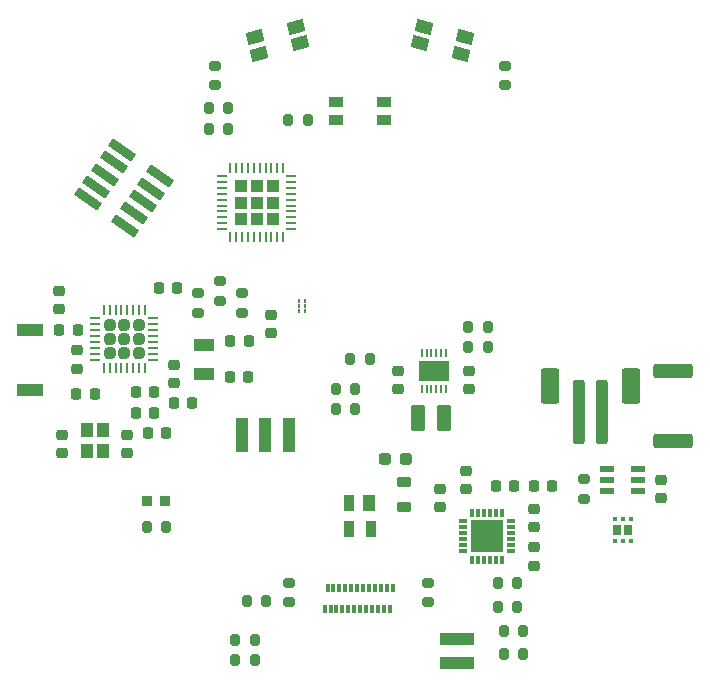
<source format=gbr>
%TF.GenerationSoftware,KiCad,Pcbnew,6.0.7+dfsg-1~bpo11+1*%
%TF.CreationDate,2022-09-09T13:16:43+02:00*%
%TF.ProjectId,pcb,7063622e-6b69-4636-9164-5f7063625858,0.1*%
%TF.SameCoordinates,Original*%
%TF.FileFunction,Paste,Top*%
%TF.FilePolarity,Positive*%
%FSLAX46Y46*%
G04 Gerber Fmt 4.6, Leading zero omitted, Abs format (unit mm)*
G04 Created by KiCad (PCBNEW 6.0.7+dfsg-1~bpo11+1) date 2022-09-09 13:16:43*
%MOMM*%
%LPD*%
G01*
G04 APERTURE LIST*
G04 Aperture macros list*
%AMRoundRect*
0 Rectangle with rounded corners*
0 $1 Rounding radius*
0 $2 $3 $4 $5 $6 $7 $8 $9 X,Y pos of 4 corners*
0 Add a 4 corners polygon primitive as box body*
4,1,4,$2,$3,$4,$5,$6,$7,$8,$9,$2,$3,0*
0 Add four circle primitives for the rounded corners*
1,1,$1+$1,$2,$3*
1,1,$1+$1,$4,$5*
1,1,$1+$1,$6,$7*
1,1,$1+$1,$8,$9*
0 Add four rect primitives between the rounded corners*
20,1,$1+$1,$2,$3,$4,$5,0*
20,1,$1+$1,$4,$5,$6,$7,0*
20,1,$1+$1,$6,$7,$8,$9,0*
20,1,$1+$1,$8,$9,$2,$3,0*%
%AMRotRect*
0 Rectangle, with rotation*
0 The origin of the aperture is its center*
0 $1 length*
0 $2 width*
0 $3 Rotation angle, in degrees counterclockwise*
0 Add horizontal line*
21,1,$1,$2,0,0,$3*%
G04 Aperture macros list end*
%ADD10R,0.300000X0.700000*%
%ADD11RotRect,2.400000X0.760000X145.000000*%
%ADD12R,0.950000X0.950000*%
%ADD13R,1.800000X1.000000*%
%ADD14R,0.800000X0.300000*%
%ADD15R,0.300000X0.800000*%
%ADD16R,2.800000X2.800000*%
%ADD17RoundRect,0.225000X0.225000X0.250000X-0.225000X0.250000X-0.225000X-0.250000X0.225000X-0.250000X0*%
%ADD18RoundRect,0.250000X-0.250000X-2.500000X0.250000X-2.500000X0.250000X2.500000X-0.250000X2.500000X0*%
%ADD19RoundRect,0.250000X-0.550000X-1.250000X0.550000X-1.250000X0.550000X1.250000X-0.550000X1.250000X0*%
%ADD20RoundRect,0.200000X0.200000X0.275000X-0.200000X0.275000X-0.200000X-0.275000X0.200000X-0.275000X0*%
%ADD21R,0.250000X0.300000*%
%ADD22RoundRect,0.225000X0.250000X-0.225000X0.250000X0.225000X-0.250000X0.225000X-0.250000X-0.225000X0*%
%ADD23RoundRect,0.200000X-0.275000X0.200000X-0.275000X-0.200000X0.275000X-0.200000X0.275000X0.200000X0*%
%ADD24RoundRect,0.200000X-0.200000X-0.275000X0.200000X-0.275000X0.200000X0.275000X-0.200000X0.275000X0*%
%ADD25RoundRect,0.225000X-0.250000X0.225000X-0.250000X-0.225000X0.250000X-0.225000X0.250000X0.225000X0*%
%ADD26RoundRect,0.200000X0.275000X-0.200000X0.275000X0.200000X-0.275000X0.200000X-0.275000X-0.200000X0*%
%ADD27RotRect,1.400000X1.050000X165.500000*%
%ADD28RoundRect,0.242500X0.242500X0.242500X-0.242500X0.242500X-0.242500X-0.242500X0.242500X-0.242500X0*%
%ADD29RoundRect,0.062500X0.337500X0.062500X-0.337500X0.062500X-0.337500X-0.062500X0.337500X-0.062500X0*%
%ADD30RoundRect,0.062500X0.062500X0.337500X-0.062500X0.337500X-0.062500X-0.337500X0.062500X-0.337500X0*%
%ADD31RoundRect,0.250000X-0.375000X-0.850000X0.375000X-0.850000X0.375000X0.850000X-0.375000X0.850000X0*%
%ADD32R,1.200000X0.900000*%
%ADD33RotRect,1.400000X1.050000X194.500000*%
%ADD34RoundRect,0.218750X-0.218750X-0.256250X0.218750X-0.256250X0.218750X0.256250X-0.218750X0.256250X0*%
%ADD35RoundRect,0.218750X-0.381250X0.218750X-0.381250X-0.218750X0.381250X-0.218750X0.381250X0.218750X0*%
%ADD36RoundRect,0.250000X-0.300000X-0.300000X0.300000X-0.300000X0.300000X0.300000X-0.300000X0.300000X0*%
%ADD37RoundRect,0.062500X-0.375000X-0.062500X0.375000X-0.062500X0.375000X0.062500X-0.375000X0.062500X0*%
%ADD38RoundRect,0.062500X-0.062500X-0.375000X0.062500X-0.375000X0.062500X0.375000X-0.062500X0.375000X0*%
%ADD39RoundRect,0.225000X-0.225000X-0.250000X0.225000X-0.250000X0.225000X0.250000X-0.225000X0.250000X0*%
%ADD40R,1.000000X1.150000*%
%ADD41RoundRect,0.218750X0.218750X0.256250X-0.218750X0.256250X-0.218750X-0.256250X0.218750X-0.256250X0*%
%ADD42R,1.100000X1.400000*%
%ADD43R,0.900000X1.400000*%
%ADD44R,0.400000X0.425000*%
%ADD45R,0.650000X0.900000*%
%ADD46R,0.200000X0.800000*%
%ADD47R,2.550000X1.800000*%
%ADD48R,1.000000X3.000000*%
%ADD49R,3.000000X1.000000*%
%ADD50R,1.150000X0.600000*%
%ADD51RoundRect,0.250000X1.425000X-0.362500X1.425000X0.362500X-1.425000X0.362500X-1.425000X-0.362500X0*%
%ADD52R,2.200000X1.100000*%
%ADD53RoundRect,0.237500X-0.287500X-0.237500X0.287500X-0.237500X0.287500X0.237500X-0.287500X0.237500X0*%
G04 APERTURE END LIST*
D10*
%TO.C,X1*%
X147250000Y-119420000D03*
X147750000Y-119420000D03*
X148250000Y-119420000D03*
X148750000Y-119420000D03*
X149250000Y-119420000D03*
X149750000Y-119420000D03*
X150250000Y-119420000D03*
X150750000Y-119420000D03*
X151250000Y-119420000D03*
X151750000Y-119420000D03*
X152250000Y-119420000D03*
X152750000Y-119420000D03*
X152500000Y-121120000D03*
X152000000Y-121120000D03*
X151500000Y-121120000D03*
X151000000Y-121120000D03*
X150500000Y-121120000D03*
X150000000Y-121120000D03*
X149500000Y-121120000D03*
X149000000Y-121120000D03*
X148500000Y-121120000D03*
X148000000Y-121120000D03*
X147500000Y-121120000D03*
X147000000Y-121120000D03*
%TD*%
D11*
%TO.C,X5*%
X130140462Y-88699120D03*
X126945769Y-86462172D03*
X130868904Y-87658797D03*
X127674211Y-85421849D03*
X131597346Y-86618474D03*
X128402654Y-84381526D03*
X132325789Y-85578151D03*
X129131096Y-83341203D03*
X133054231Y-84537828D03*
X129859538Y-82300880D03*
%TD*%
D12*
%TO.C,V7*%
X132000000Y-112000000D03*
X133500000Y-112000000D03*
%TD*%
D13*
%TO.C,Y2*%
X136798000Y-98798000D03*
X136798000Y-101298000D03*
%TD*%
D14*
%TO.C,V5*%
X158750000Y-113750000D03*
X158750000Y-114250000D03*
X158750000Y-114750000D03*
X158750000Y-115250000D03*
X158750000Y-115750000D03*
X158750000Y-116250000D03*
D15*
X159500000Y-117000000D03*
X160000000Y-117000000D03*
X160500000Y-117000000D03*
X161000000Y-117000000D03*
X161500000Y-117000000D03*
X162000000Y-117000000D03*
D14*
X162750000Y-116250000D03*
X162750000Y-115750000D03*
X162750000Y-115250000D03*
X162750000Y-114750000D03*
X162750000Y-114250000D03*
X162750000Y-113750000D03*
D15*
X162000000Y-113000000D03*
X161500000Y-113000000D03*
X161000000Y-113000000D03*
X160500000Y-113000000D03*
X160000000Y-113000000D03*
X159500000Y-113000000D03*
D16*
X160750000Y-115000000D03*
%TD*%
D17*
%TO.C,C10*%
X135775000Y-103750000D03*
X134225000Y-103750000D03*
%TD*%
D18*
%TO.C,X2*%
X168500000Y-104500000D03*
X170500000Y-104500000D03*
D19*
X166100000Y-102250000D03*
X172900000Y-102250000D03*
%TD*%
D20*
%TO.C,R25*%
X150825000Y-100000000D03*
X149175000Y-100000000D03*
%TD*%
D21*
%TO.C,V32*%
X145307000Y-95964000D03*
X145307000Y-95504000D03*
X145307000Y-95044000D03*
X144867000Y-95044000D03*
X144867000Y-95504000D03*
X144867000Y-95964000D03*
%TD*%
D22*
%TO.C,C5*%
X156750000Y-112525000D03*
X156750000Y-110975000D03*
%TD*%
D23*
%TO.C,R23*%
X138176000Y-93409000D03*
X138176000Y-95059000D03*
%TD*%
D24*
%TO.C,R7*%
X159175000Y-99000000D03*
X160825000Y-99000000D03*
%TD*%
D25*
%TO.C,C20*%
X142494000Y-96253000D03*
X142494000Y-97803000D03*
%TD*%
D26*
%TO.C,R18*%
X162250000Y-76825000D03*
X162250000Y-75175000D03*
%TD*%
%TO.C,R1*%
X155750000Y-120575000D03*
X155750000Y-118925000D03*
%TD*%
D27*
%TO.C,S3*%
X155075809Y-73251223D03*
X158561140Y-74152591D03*
X158924191Y-72748777D03*
X155438860Y-71847409D03*
%TD*%
D25*
%TO.C,C16*%
X134250000Y-100475000D03*
X134250000Y-102025000D03*
%TD*%
D28*
%TO.C,V6*%
X131248000Y-97098000D03*
X131248000Y-98298000D03*
X128848000Y-99498000D03*
X130048000Y-97098000D03*
X128848000Y-98298000D03*
X130048000Y-98298000D03*
X131248000Y-99498000D03*
X130048000Y-99498000D03*
X128848000Y-97098000D03*
D29*
X132498000Y-100048000D03*
X132498000Y-99548000D03*
X132498000Y-99048000D03*
X132498000Y-98548000D03*
X132498000Y-98048000D03*
X132498000Y-97548000D03*
X132498000Y-97048000D03*
X132498000Y-96548000D03*
D30*
X131798000Y-95848000D03*
X131298000Y-95848000D03*
X130798000Y-95848000D03*
X130298000Y-95848000D03*
X129798000Y-95848000D03*
X129298000Y-95848000D03*
X128798000Y-95848000D03*
X128298000Y-95848000D03*
D29*
X127598000Y-96548000D03*
X127598000Y-97048000D03*
X127598000Y-97548000D03*
X127598000Y-98048000D03*
X127598000Y-98548000D03*
X127598000Y-99048000D03*
X127598000Y-99548000D03*
X127598000Y-100048000D03*
D30*
X128298000Y-100748000D03*
X128798000Y-100748000D03*
X129298000Y-100748000D03*
X129798000Y-100748000D03*
X130298000Y-100748000D03*
X130798000Y-100748000D03*
X131298000Y-100748000D03*
X131798000Y-100748000D03*
%TD*%
D24*
%TO.C,R13*%
X162175000Y-125000000D03*
X163825000Y-125000000D03*
%TD*%
D22*
%TO.C,C9*%
X124798000Y-107948000D03*
X124798000Y-106398000D03*
%TD*%
D26*
%TO.C,R17*%
X137750000Y-76825000D03*
X137750000Y-75175000D03*
%TD*%
D24*
%TO.C,R20*%
X147925000Y-102500000D03*
X149575000Y-102500000D03*
%TD*%
D23*
%TO.C,R2*%
X144000000Y-118925000D03*
X144000000Y-120575000D03*
%TD*%
D31*
%TO.C,L2*%
X154925000Y-105000000D03*
X157075000Y-105000000D03*
%TD*%
D32*
%TO.C,S1*%
X148000000Y-78250000D03*
X152000000Y-78250000D03*
X152000000Y-79750000D03*
X148000000Y-79750000D03*
%TD*%
D25*
%TO.C,C1*%
X175500000Y-110225000D03*
X175500000Y-111775000D03*
%TD*%
D33*
%TO.C,S2*%
X141438860Y-74152591D03*
X144924191Y-73251223D03*
X141075809Y-72748777D03*
X144561140Y-71847409D03*
%TD*%
D25*
%TO.C,C15*%
X126048000Y-99273000D03*
X126048000Y-100823000D03*
%TD*%
D34*
%TO.C,L1*%
X164712500Y-110750000D03*
X166287500Y-110750000D03*
%TD*%
D22*
%TO.C,C8*%
X164750000Y-114250000D03*
X164750000Y-112700000D03*
%TD*%
D24*
%TO.C,R21*%
X131925000Y-114250000D03*
X133575000Y-114250000D03*
%TD*%
D35*
%TO.C,FB1*%
X153750000Y-110437500D03*
X153750000Y-112562500D03*
%TD*%
D20*
%TO.C,R24*%
X138825000Y-78750000D03*
X137175000Y-78750000D03*
%TD*%
D36*
%TO.C,V33*%
X141250000Y-86750000D03*
X139880000Y-88120000D03*
X142620000Y-86750000D03*
X141250000Y-85380000D03*
X142620000Y-85380000D03*
X139880000Y-85380000D03*
X139880000Y-86750000D03*
X141250000Y-88120000D03*
X142620000Y-88120000D03*
D37*
X138312500Y-84500000D03*
X138312500Y-85000000D03*
X138312500Y-85500000D03*
X138312500Y-86000000D03*
X138312500Y-86500000D03*
X138312500Y-87000000D03*
X138312500Y-87500000D03*
X138312500Y-88000000D03*
X138312500Y-88500000D03*
X138312500Y-89000000D03*
D38*
X139000000Y-89687500D03*
X139500000Y-89687500D03*
X140000000Y-89687500D03*
X140500000Y-89687500D03*
X141000000Y-89687500D03*
X141500000Y-89687500D03*
X142000000Y-89687500D03*
X142500000Y-89687500D03*
X143000000Y-89687500D03*
X143500000Y-89687500D03*
D37*
X144187500Y-89000000D03*
X144187500Y-88500000D03*
X144187500Y-88000000D03*
X144187500Y-87500000D03*
X144187500Y-87000000D03*
X144187500Y-86500000D03*
X144187500Y-86000000D03*
X144187500Y-85500000D03*
X144187500Y-85000000D03*
X144187500Y-84500000D03*
D38*
X143500000Y-83812500D03*
X143000000Y-83812500D03*
X142500000Y-83812500D03*
X142000000Y-83812500D03*
X141500000Y-83812500D03*
X141000000Y-83812500D03*
X140500000Y-83812500D03*
X140000000Y-83812500D03*
X139500000Y-83812500D03*
X139000000Y-83812500D03*
%TD*%
D39*
%TO.C,C2*%
X161475000Y-110750000D03*
X163025000Y-110750000D03*
%TD*%
D40*
%TO.C,Y1*%
X126848000Y-106048000D03*
X126848000Y-107798000D03*
X128248000Y-107798000D03*
X128248000Y-106048000D03*
%TD*%
D20*
%TO.C,R22*%
X138825000Y-80500000D03*
X137175000Y-80500000D03*
%TD*%
D22*
%TO.C,C6*%
X159250000Y-102525000D03*
X159250000Y-100975000D03*
%TD*%
D17*
%TO.C,C19*%
X140573000Y-98500000D03*
X139023000Y-98500000D03*
%TD*%
D20*
%TO.C,R12*%
X163825000Y-123000000D03*
X162175000Y-123000000D03*
%TD*%
D26*
%TO.C,R3*%
X169000000Y-111825000D03*
X169000000Y-110175000D03*
%TD*%
D24*
%TO.C,R6*%
X159175000Y-97250000D03*
X160825000Y-97250000D03*
%TD*%
D20*
%TO.C,R11*%
X163325000Y-119000000D03*
X161675000Y-119000000D03*
%TD*%
D41*
%TO.C,L3*%
X132585500Y-104548000D03*
X131010500Y-104548000D03*
%TD*%
D20*
%TO.C,R5*%
X142075000Y-120500000D03*
X140425000Y-120500000D03*
%TD*%
D42*
%TO.C,V3*%
X150750000Y-112150000D03*
D43*
X149050000Y-112150000D03*
X149050000Y-114350000D03*
X150950000Y-114350000D03*
%TD*%
D44*
%TO.C,V2*%
X172900000Y-113562000D03*
X172250000Y-113562000D03*
X171600000Y-113562000D03*
X171600000Y-115438000D03*
X172250000Y-115438000D03*
X172900000Y-115438000D03*
D45*
X171775000Y-114500000D03*
X172725000Y-114500000D03*
%TD*%
D39*
%TO.C,C12*%
X132975000Y-94000000D03*
X134525000Y-94000000D03*
%TD*%
D46*
%TO.C,V4*%
X155250000Y-102500000D03*
X155650000Y-102500000D03*
X156050000Y-102500000D03*
X156450000Y-102500000D03*
X156850000Y-102500000D03*
X157250000Y-102500000D03*
X157250000Y-99500000D03*
X156850000Y-99500000D03*
X156450000Y-99500000D03*
X156050000Y-99500000D03*
X155650000Y-99500000D03*
X155250000Y-99500000D03*
D47*
X156250000Y-101000000D03*
%TD*%
D34*
%TO.C,L5*%
X124510500Y-97536000D03*
X126085500Y-97536000D03*
%TD*%
D39*
%TO.C,C13*%
X131023000Y-102798000D03*
X132573000Y-102798000D03*
%TD*%
D20*
%TO.C,R19*%
X149575000Y-104250000D03*
X147925000Y-104250000D03*
%TD*%
D48*
%TO.C,X4*%
X139986000Y-106426000D03*
X141986000Y-106426000D03*
X143986000Y-106426000D03*
%TD*%
D24*
%TO.C,R16*%
X143925000Y-79750000D03*
X145575000Y-79750000D03*
%TD*%
D49*
%TO.C,X3*%
X158250000Y-123714000D03*
X158250000Y-125714000D03*
%TD*%
D50*
%TO.C,V1*%
X170950000Y-109300000D03*
X170950000Y-110250000D03*
X170950000Y-111200000D03*
X173550000Y-111200000D03*
X173550000Y-110250000D03*
X173550000Y-109300000D03*
%TD*%
D24*
%TO.C,R8*%
X139425000Y-123750000D03*
X141075000Y-123750000D03*
%TD*%
D34*
%TO.C,L4*%
X132010500Y-106298000D03*
X133585500Y-106298000D03*
%TD*%
D23*
%TO.C,R15*%
X136250000Y-94425000D03*
X136250000Y-96075000D03*
%TD*%
D24*
%TO.C,R9*%
X139425000Y-125500000D03*
X141075000Y-125500000D03*
%TD*%
D17*
%TO.C,C11*%
X127525000Y-103000000D03*
X125975000Y-103000000D03*
%TD*%
D51*
%TO.C,R4*%
X176500000Y-106962500D03*
X176500000Y-101037500D03*
%TD*%
D52*
%TO.C,AE1*%
X122048000Y-97498000D03*
X122048000Y-102598000D03*
%TD*%
D25*
%TO.C,C7*%
X164750000Y-115950000D03*
X164750000Y-117500000D03*
%TD*%
D17*
%TO.C,C17*%
X140525000Y-101500000D03*
X138975000Y-101500000D03*
%TD*%
D25*
%TO.C,C4*%
X153250000Y-100975000D03*
X153250000Y-102525000D03*
%TD*%
D22*
%TO.C,C18*%
X124500000Y-95775000D03*
X124500000Y-94225000D03*
%TD*%
D23*
%TO.C,R14*%
X140000000Y-94425000D03*
X140000000Y-96075000D03*
%TD*%
D22*
%TO.C,C14*%
X130298000Y-107948000D03*
X130298000Y-106398000D03*
%TD*%
%TO.C,C3*%
X159000000Y-111025000D03*
X159000000Y-109475000D03*
%TD*%
D20*
%TO.C,R10*%
X163325000Y-121000000D03*
X161675000Y-121000000D03*
%TD*%
D53*
%TO.C,F1*%
X152125000Y-108500000D03*
X153875000Y-108500000D03*
%TD*%
M02*

</source>
